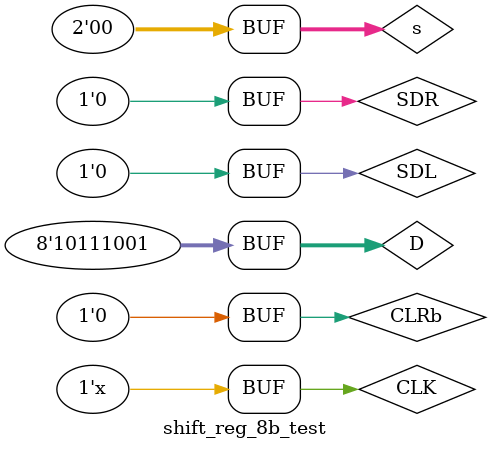
<source format=v>
`timescale 1ns / 1ps


module shift_reg_8b_test;

	// Inputs
	reg CLRb;
	reg [1:0] s;
	reg CLK;
	reg SDL;
	reg SDR;
	reg [7:0] D;

	// Outputs
	wire [7:0] Q;

	// Instantiate the Unit Under Test (UUT)
	shift_reg_8b uut (
		.CLRb(CLRb), 
		.s(s), 
		.CLK(CLK), 
		.SDL(SDL), 
		.SDR(SDR), 
		.D(D), 
		.Q(Q)
	);

	always #10 CLK = ~CLK;

	initial begin
		// Initialize Inputs
		CLRb = 0;
		s = 2'b00;
		CLK = 0;
		SDL = 0;
		SDR = 0;
		D = 8'b00000000;
		#100;
        
		CLRb = 0;
		s = 2'b11;
		D = 8'b10111001;
		#85;
		
		CLRb = 1;
		#115;
		
		s = 2'b10;
		#100;
		
		SDL = 1;
		#100;
		
		SDL = 0;
		s = 2'b01;
		#100;
		
		SDR = 1;
		#100;
		
		SDR = 0;
		s = 2'b00;
		#105;
		
		CLRb = 0;
		#100;
	end
      
endmodule


</source>
